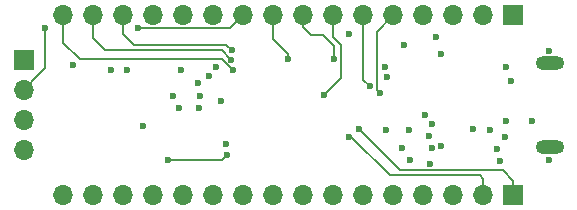
<source format=gbl>
G04 #@! TF.GenerationSoftware,KiCad,Pcbnew,7.0.7*
G04 #@! TF.CreationDate,2023-09-06T15:40:30-04:00*
G04 #@! TF.ProjectId,stm8l151k6t6_board,73746d38-6c31-4353-916b-3674365f626f,rev?*
G04 #@! TF.SameCoordinates,Original*
G04 #@! TF.FileFunction,Copper,L4,Bot*
G04 #@! TF.FilePolarity,Positive*
%FSLAX46Y46*%
G04 Gerber Fmt 4.6, Leading zero omitted, Abs format (unit mm)*
G04 Created by KiCad (PCBNEW 7.0.7) date 2023-09-06 15:40:30*
%MOMM*%
%LPD*%
G01*
G04 APERTURE LIST*
G04 #@! TA.AperFunction,ComponentPad*
%ADD10O,2.400000X1.200000*%
G04 #@! TD*
G04 #@! TA.AperFunction,ComponentPad*
%ADD11R,1.700000X1.700000*%
G04 #@! TD*
G04 #@! TA.AperFunction,ComponentPad*
%ADD12O,1.700000X1.700000*%
G04 #@! TD*
G04 #@! TA.AperFunction,ViaPad*
%ADD13C,0.600000*%
G04 #@! TD*
G04 #@! TA.AperFunction,Conductor*
%ADD14C,0.150000*%
G04 #@! TD*
G04 APERTURE END LIST*
D10*
X159125032Y-116575057D03*
X159125032Y-109424943D03*
D11*
X114600000Y-109150000D03*
D12*
X114600000Y-111690000D03*
X114600000Y-114230000D03*
X114600000Y-116770000D03*
D11*
X156050000Y-120600000D03*
D12*
X153510000Y-120600000D03*
X150970000Y-120600000D03*
X148430000Y-120600000D03*
X145890000Y-120600000D03*
X143350000Y-120600000D03*
X140810000Y-120600000D03*
X138270000Y-120600000D03*
X135730000Y-120600000D03*
X133190000Y-120600000D03*
X130650000Y-120600000D03*
X128110000Y-120600000D03*
X125570000Y-120600000D03*
X123030000Y-120600000D03*
X120490000Y-120600000D03*
X117950000Y-120600000D03*
D11*
X156050000Y-105380000D03*
D12*
X153510000Y-105380000D03*
X150970000Y-105380000D03*
X148430000Y-105380000D03*
X145890000Y-105380000D03*
X143350000Y-105380000D03*
X140810000Y-105380000D03*
X138270000Y-105380000D03*
X135730000Y-105380000D03*
X133190000Y-105380000D03*
X130650000Y-105380000D03*
X128110000Y-105380000D03*
X125570000Y-105380000D03*
X123030000Y-105380000D03*
X120490000Y-105380000D03*
X117950000Y-105380000D03*
D13*
X157650000Y-114300000D03*
X155450000Y-114300000D03*
X154100000Y-115100000D03*
X152650000Y-115050000D03*
X130250000Y-110550000D03*
X129550000Y-112200000D03*
X127700000Y-113250000D03*
X129400000Y-113250000D03*
X149150000Y-116650000D03*
X149500000Y-107200000D03*
X149000000Y-117985500D03*
X147300000Y-117600000D03*
X146600000Y-116600000D03*
X147200000Y-115100000D03*
X148600000Y-113800000D03*
X118750000Y-109600000D03*
X146800000Y-107900000D03*
X145200000Y-109800000D03*
X155850000Y-110950000D03*
X149200000Y-114560500D03*
X149950000Y-116450000D03*
X148900000Y-115639500D03*
X155350000Y-115700000D03*
X154950000Y-117700000D03*
X127939502Y-110000000D03*
X127200000Y-112200000D03*
X122000000Y-110000000D03*
X123350000Y-110050000D03*
X131700000Y-116264500D03*
X131300000Y-112650000D03*
X124700000Y-114750000D03*
X145250000Y-115100000D03*
X159100000Y-117600000D03*
X145350000Y-110650000D03*
X155450000Y-109800000D03*
X159100000Y-108450000D03*
X149950000Y-108700000D03*
X129350000Y-111100000D03*
X142150000Y-106950000D03*
X154660500Y-116717249D03*
X130900000Y-109800000D03*
X132200000Y-108350000D03*
X132163807Y-109136193D03*
X132300000Y-110000000D03*
X126850000Y-117650000D03*
X131800000Y-117200000D03*
X142113807Y-115686193D03*
X142950000Y-115050000D03*
X144800000Y-112000000D03*
X143900000Y-111400000D03*
X137000000Y-109100000D03*
X140000000Y-112150000D03*
X140850000Y-109100000D03*
X124300000Y-106500000D03*
X116400000Y-106500000D03*
D14*
X123030000Y-106980000D02*
X123950000Y-107900000D01*
X123950000Y-107900000D02*
X131750000Y-107900000D01*
X123030000Y-105380000D02*
X123030000Y-106980000D01*
X131750000Y-107900000D02*
X132200000Y-108350000D01*
X131377614Y-108350000D02*
X121500000Y-108350000D01*
X120490000Y-106690000D02*
X120490000Y-105380000D01*
X120500000Y-107350000D02*
X120500000Y-106700000D01*
X120500000Y-106700000D02*
X120490000Y-106690000D01*
X121500000Y-108350000D02*
X120500000Y-107350000D01*
X132163807Y-109136193D02*
X131377614Y-108350000D01*
X117950000Y-105380000D02*
X117950000Y-107700000D01*
X119350000Y-109100000D02*
X131400000Y-109100000D01*
X117950000Y-107700000D02*
X119350000Y-109100000D01*
X131400000Y-109100000D02*
X132300000Y-110000000D01*
X131800000Y-117200000D02*
X131350000Y-117650000D01*
X131350000Y-117650000D02*
X126900000Y-117650000D01*
X142336193Y-115686193D02*
X145600000Y-118950000D01*
X142113807Y-115686193D02*
X142336193Y-115686193D01*
X153200000Y-118950000D02*
X153510000Y-119260000D01*
X145600000Y-118950000D02*
X153200000Y-118950000D01*
X153510000Y-119260000D02*
X153510000Y-120600000D01*
X146450000Y-118500000D02*
X155150000Y-118500000D01*
X155150000Y-118500000D02*
X156050000Y-119400000D01*
X143000000Y-115050000D02*
X146450000Y-118500000D01*
X156050000Y-119400000D02*
X156050000Y-120600000D01*
X144800000Y-112000000D02*
X144500000Y-111700000D01*
X144500000Y-106770000D02*
X145890000Y-105380000D01*
X144500000Y-111700000D02*
X144500000Y-106770000D01*
X143900000Y-111400000D02*
X143350000Y-110850000D01*
X143350000Y-110850000D02*
X143350000Y-105380000D01*
X137000000Y-108650000D02*
X135730000Y-107380000D01*
X135730000Y-107380000D02*
X135730000Y-105380000D01*
X137000000Y-109050000D02*
X137000000Y-108650000D01*
X141480482Y-107880482D02*
X140810000Y-107210000D01*
X141480482Y-110669518D02*
X141480482Y-107880482D01*
X140810000Y-107210000D02*
X140810000Y-105380000D01*
X140000000Y-112150000D02*
X141480482Y-110669518D01*
X140865482Y-109084518D02*
X140850000Y-109100000D01*
X138900000Y-107050000D02*
X138270000Y-106420000D01*
X140865482Y-107975482D02*
X139940000Y-107050000D01*
X139940000Y-107050000D02*
X138900000Y-107050000D01*
X138270000Y-106420000D02*
X138270000Y-105380000D01*
X140850000Y-109100000D02*
X140865482Y-107975482D01*
X132070000Y-106500000D02*
X133190000Y-105380000D01*
X115840000Y-110450000D02*
X116400000Y-109890000D01*
X116400000Y-109890000D02*
X116400000Y-106535500D01*
X124300000Y-106500000D02*
X132070000Y-106500000D01*
X114600000Y-111690000D02*
X115840000Y-110450000D01*
M02*

</source>
